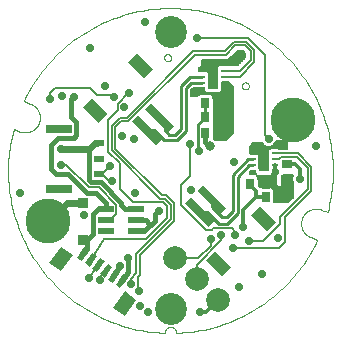
<source format=gbl>
G75*
%MOIN*%
%OFA0B0*%
%FSLAX25Y25*%
%IPPOS*%
%LPD*%
%AMOC8*
5,1,8,0,0,1.08239X$1,22.5*
%
%ADD10C,0.00004*%
%ADD11C,0.00000*%
%ADD12R,0.02756X0.03543*%
%ADD13R,0.03543X0.02362*%
%ADD14R,0.08661X0.02953*%
%ADD15R,0.03543X0.02756*%
%ADD16C,0.07874*%
%ADD17R,0.01969X0.00984*%
%ADD18R,0.03543X0.06299*%
%ADD19R,0.04331X0.07480*%
%ADD20R,0.02756X0.11024*%
%ADD21C,0.14961*%
%ADD22R,0.06693X0.04724*%
%ADD23R,0.01969X0.04331*%
%ADD24R,0.05200X0.02000*%
%ADD25R,0.03740X0.03543*%
%ADD26C,0.02775*%
%ADD27C,0.00600*%
%ADD28C,0.01600*%
%ADD29C,0.01000*%
%ADD30C,0.01200*%
%ADD31C,0.03169*%
%ADD32C,0.10630*%
%ADD33C,0.02400*%
D10*
X0053807Y0001002D02*
X0053811Y0001089D01*
X0053818Y0001176D01*
X0053829Y0001263D01*
X0053845Y0001349D01*
X0053863Y0001434D01*
X0053886Y0001518D01*
X0053912Y0001602D01*
X0053942Y0001684D01*
X0053976Y0001764D01*
X0054013Y0001843D01*
X0054054Y0001921D01*
X0054098Y0001996D01*
X0054145Y0002069D01*
X0054196Y0002141D01*
X0054249Y0002210D01*
X0054306Y0002276D01*
X0054366Y0002340D01*
X0054428Y0002401D01*
X0054493Y0002459D01*
X0054560Y0002515D01*
X0054630Y0002567D01*
X0054702Y0002617D01*
X0054777Y0002663D01*
X0054853Y0002705D01*
X0054931Y0002744D01*
X0055011Y0002780D01*
X0055092Y0002812D01*
X0055174Y0002841D01*
X0055258Y0002866D01*
X0055343Y0002887D01*
X0055428Y0002904D01*
X0055515Y0002918D01*
X0055602Y0002927D01*
X0055689Y0002933D01*
X0055776Y0002935D01*
X0055863Y0002933D01*
X0055950Y0002927D01*
X0056037Y0002918D01*
X0056124Y0002904D01*
X0056209Y0002887D01*
X0056294Y0002866D01*
X0056378Y0002841D01*
X0056460Y0002812D01*
X0056541Y0002780D01*
X0056621Y0002744D01*
X0056699Y0002705D01*
X0056775Y0002663D01*
X0056850Y0002617D01*
X0056922Y0002567D01*
X0056992Y0002515D01*
X0057059Y0002459D01*
X0057124Y0002401D01*
X0057186Y0002340D01*
X0057246Y0002276D01*
X0057303Y0002210D01*
X0057356Y0002141D01*
X0057407Y0002069D01*
X0057454Y0001996D01*
X0057498Y0001921D01*
X0057539Y0001843D01*
X0057576Y0001764D01*
X0057610Y0001684D01*
X0057640Y0001602D01*
X0057666Y0001518D01*
X0057689Y0001434D01*
X0057707Y0001349D01*
X0057723Y0001263D01*
X0057734Y0001176D01*
X0057741Y0001089D01*
X0057745Y0001002D01*
X0102557Y0032836D02*
X0104751Y0032037D01*
X0102557Y0032836D02*
X0102427Y0032885D01*
X0102298Y0032938D01*
X0102171Y0032995D01*
X0102045Y0033056D01*
X0101922Y0033119D01*
X0101800Y0033187D01*
X0101680Y0033258D01*
X0101562Y0033332D01*
X0101446Y0033409D01*
X0101333Y0033490D01*
X0101221Y0033574D01*
X0101113Y0033661D01*
X0101006Y0033751D01*
X0100903Y0033844D01*
X0100802Y0033940D01*
X0100703Y0034038D01*
X0100608Y0034140D01*
X0100515Y0034244D01*
X0100426Y0034351D01*
X0100339Y0034460D01*
X0100256Y0034571D01*
X0100176Y0034685D01*
X0100099Y0034801D01*
X0100025Y0034920D01*
X0099955Y0035040D01*
X0099888Y0035162D01*
X0099825Y0035286D01*
X0099765Y0035412D01*
X0099709Y0035539D01*
X0099657Y0035668D01*
X0099608Y0035799D01*
X0099563Y0035930D01*
X0099521Y0036063D01*
X0099484Y0036198D01*
X0099450Y0036333D01*
X0099420Y0036469D01*
X0099394Y0036605D01*
X0099372Y0036743D01*
X0099353Y0036881D01*
X0099339Y0037020D01*
X0099328Y0037158D01*
X0099322Y0037298D01*
X0099319Y0037437D01*
X0099320Y0037576D01*
X0099326Y0037715D01*
X0099335Y0037854D01*
X0099348Y0037993D01*
X0099365Y0038131D01*
X0099386Y0038269D01*
X0099411Y0038406D01*
X0099439Y0038542D01*
X0099472Y0038678D01*
X0099508Y0038812D01*
X0099549Y0038945D01*
X0099592Y0039077D01*
X0099640Y0039208D01*
X0099691Y0039338D01*
X0099746Y0039466D01*
X0099805Y0039592D01*
X0099867Y0039717D01*
X0099933Y0039840D01*
X0100002Y0039961D01*
X0100074Y0040080D01*
X0100150Y0040196D01*
X0100229Y0040311D01*
X0100311Y0040423D01*
X0100397Y0040533D01*
X0100485Y0040641D01*
X0100577Y0040746D01*
X0100671Y0040848D01*
X0100769Y0040948D01*
X0100869Y0041045D01*
X0100971Y0041139D01*
X0101077Y0041230D01*
X0101185Y0041318D01*
X0101295Y0041403D01*
X0101408Y0041484D01*
X0101523Y0041563D01*
X0101640Y0041638D01*
X0101759Y0041710D01*
X0101881Y0041779D01*
X0102004Y0041844D01*
X0102129Y0041905D01*
X0102255Y0041963D01*
X0102384Y0042017D01*
X0102513Y0042068D01*
X0102644Y0042115D01*
X0102777Y0042158D01*
X0102910Y0042198D01*
X0103045Y0042234D01*
X0103181Y0042266D01*
X0103317Y0042294D01*
X0103454Y0042318D01*
X0103592Y0042338D01*
X0103730Y0042355D01*
X0103869Y0042367D01*
X0104008Y0042376D01*
X0104147Y0042380D01*
X0104286Y0042381D01*
X0104426Y0042377D01*
X0104565Y0042370D01*
X0104704Y0042359D01*
X0104842Y0042344D01*
X0104980Y0042325D01*
X0105117Y0042302D01*
X0105254Y0042275D01*
X0105390Y0042245D01*
X0105525Y0042210D01*
X0105659Y0042172D01*
X0105792Y0042130D01*
X0105923Y0042084D01*
X0105923Y0042085D02*
X0108117Y0041286D01*
X0053808Y0001002D02*
X0052498Y0001065D01*
X0051190Y0001161D01*
X0049885Y0001287D01*
X0048583Y0001446D01*
X0047286Y0001636D01*
X0045994Y0001857D01*
X0044707Y0002110D01*
X0043427Y0002393D01*
X0042154Y0002708D01*
X0040889Y0003053D01*
X0039633Y0003429D01*
X0038386Y0003835D01*
X0037149Y0004271D01*
X0035924Y0004737D01*
X0034710Y0005233D01*
X0033508Y0005758D01*
X0032320Y0006312D01*
X0031145Y0006894D01*
X0029985Y0007505D01*
X0028840Y0008143D01*
X0027710Y0008810D01*
X0026597Y0009503D01*
X0025501Y0010223D01*
X0024423Y0010969D01*
X0023364Y0011742D01*
X0022323Y0012540D01*
X0021302Y0013362D01*
X0020301Y0014209D01*
X0019321Y0015081D01*
X0018363Y0015975D01*
X0017426Y0016893D01*
X0016512Y0017833D01*
X0015621Y0018795D01*
X0014753Y0019778D01*
X0013910Y0020782D01*
X0013091Y0021806D01*
X0012297Y0022850D01*
X0011529Y0023912D01*
X0010786Y0024993D01*
X0010070Y0026091D01*
X0009381Y0027207D01*
X0008719Y0028339D01*
X0008085Y0029486D01*
X0007479Y0030649D01*
X0006901Y0031826D01*
X0006351Y0033016D01*
X0005831Y0034220D01*
X0005340Y0035436D01*
X0004878Y0036663D01*
X0004447Y0037901D01*
X0004045Y0039150D01*
X0003674Y0040407D01*
X0003334Y0041673D01*
X0003024Y0042947D01*
X0002745Y0044229D01*
X0002497Y0045516D01*
X0002281Y0046809D01*
X0002096Y0048108D01*
X0001942Y0049410D01*
X0001820Y0050715D01*
X0001729Y0052023D01*
X0001671Y0053333D01*
X0001644Y0054644D01*
X0001649Y0055955D01*
X0001685Y0057266D01*
X0001754Y0058576D01*
X0001854Y0059883D01*
X0001985Y0061188D01*
X0002149Y0062489D01*
X0002343Y0063785D01*
X0002569Y0065077D01*
X0002827Y0066363D01*
X0003115Y0067642D01*
X0003434Y0068914D01*
X0005628Y0068115D01*
X0005628Y0068116D02*
X0005759Y0068070D01*
X0005892Y0068028D01*
X0006026Y0067990D01*
X0006161Y0067955D01*
X0006297Y0067925D01*
X0006434Y0067898D01*
X0006571Y0067875D01*
X0006709Y0067856D01*
X0006847Y0067841D01*
X0006986Y0067830D01*
X0007125Y0067823D01*
X0007265Y0067819D01*
X0007404Y0067820D01*
X0007543Y0067824D01*
X0007682Y0067833D01*
X0007821Y0067845D01*
X0007959Y0067862D01*
X0008097Y0067882D01*
X0008234Y0067906D01*
X0008370Y0067934D01*
X0008506Y0067966D01*
X0008641Y0068002D01*
X0008774Y0068042D01*
X0008907Y0068085D01*
X0009038Y0068132D01*
X0009167Y0068183D01*
X0009296Y0068237D01*
X0009422Y0068295D01*
X0009547Y0068356D01*
X0009670Y0068421D01*
X0009792Y0068490D01*
X0009911Y0068562D01*
X0010028Y0068637D01*
X0010143Y0068716D01*
X0010256Y0068797D01*
X0010366Y0068882D01*
X0010474Y0068970D01*
X0010580Y0069061D01*
X0010682Y0069155D01*
X0010782Y0069252D01*
X0010880Y0069352D01*
X0010974Y0069454D01*
X0011066Y0069559D01*
X0011154Y0069667D01*
X0011240Y0069777D01*
X0011322Y0069889D01*
X0011401Y0070004D01*
X0011477Y0070120D01*
X0011549Y0070239D01*
X0011618Y0070360D01*
X0011684Y0070483D01*
X0011746Y0070608D01*
X0011805Y0070734D01*
X0011860Y0070862D01*
X0011911Y0070992D01*
X0011959Y0071123D01*
X0012002Y0071255D01*
X0012043Y0071388D01*
X0012079Y0071522D01*
X0012112Y0071658D01*
X0012140Y0071794D01*
X0012165Y0071931D01*
X0012186Y0072069D01*
X0012203Y0072207D01*
X0012216Y0072346D01*
X0012225Y0072485D01*
X0012231Y0072624D01*
X0012232Y0072763D01*
X0012229Y0072902D01*
X0012223Y0073042D01*
X0012212Y0073180D01*
X0012198Y0073319D01*
X0012179Y0073457D01*
X0012157Y0073595D01*
X0012131Y0073731D01*
X0012101Y0073867D01*
X0012067Y0074002D01*
X0012030Y0074137D01*
X0011988Y0074270D01*
X0011943Y0074401D01*
X0011894Y0074532D01*
X0011842Y0074661D01*
X0011786Y0074788D01*
X0011726Y0074914D01*
X0011663Y0075038D01*
X0011596Y0075160D01*
X0011526Y0075280D01*
X0011452Y0075399D01*
X0011375Y0075515D01*
X0011295Y0075629D01*
X0011212Y0075740D01*
X0011125Y0075849D01*
X0011036Y0075956D01*
X0010943Y0076060D01*
X0010848Y0076162D01*
X0010749Y0076260D01*
X0010648Y0076356D01*
X0010545Y0076449D01*
X0010438Y0076539D01*
X0010330Y0076626D01*
X0010218Y0076710D01*
X0010105Y0076791D01*
X0009989Y0076868D01*
X0009871Y0076942D01*
X0009751Y0077013D01*
X0009629Y0077081D01*
X0009506Y0077144D01*
X0009380Y0077205D01*
X0009253Y0077262D01*
X0009124Y0077315D01*
X0008994Y0077364D01*
X0006800Y0078163D01*
X0007379Y0079354D01*
X0007986Y0080530D01*
X0008623Y0081691D01*
X0009287Y0082837D01*
X0009979Y0083965D01*
X0010699Y0085077D01*
X0011445Y0086170D01*
X0012219Y0087245D01*
X0013018Y0088301D01*
X0013843Y0089337D01*
X0014692Y0090352D01*
X0015567Y0091346D01*
X0016465Y0092319D01*
X0017387Y0093269D01*
X0018332Y0094196D01*
X0019299Y0095100D01*
X0020289Y0095981D01*
X0021299Y0096836D01*
X0022330Y0097667D01*
X0023381Y0098472D01*
X0024451Y0099251D01*
X0025541Y0100004D01*
X0026648Y0100730D01*
X0027773Y0101429D01*
X0028914Y0102100D01*
X0030071Y0102743D01*
X0031244Y0103357D01*
X0032432Y0103943D01*
X0033633Y0104499D01*
X0034848Y0105026D01*
X0036075Y0105523D01*
X0037314Y0105990D01*
X0038564Y0106426D01*
X0039825Y0106832D01*
X0041095Y0107206D01*
X0042373Y0107550D01*
X0043660Y0107862D01*
X0044954Y0108142D01*
X0046255Y0108391D01*
X0047561Y0108608D01*
X0048872Y0108793D01*
X0050187Y0108946D01*
X0051506Y0109066D01*
X0052827Y0109155D01*
X0054149Y0109211D01*
X0055473Y0109234D01*
X0056797Y0109225D01*
X0058121Y0109184D01*
X0059443Y0109111D01*
X0060763Y0109005D01*
X0062079Y0108867D01*
X0063392Y0108697D01*
X0064701Y0108494D01*
X0066004Y0108260D01*
X0067301Y0107994D01*
X0068591Y0107696D01*
X0069874Y0107367D01*
X0071148Y0107007D01*
X0072413Y0106615D01*
X0073667Y0106193D01*
X0074912Y0105740D01*
X0076144Y0105257D01*
X0077365Y0104744D01*
X0078573Y0104201D01*
X0079767Y0103629D01*
X0080946Y0103028D01*
X0082111Y0102398D01*
X0083260Y0101739D01*
X0084392Y0101053D01*
X0085507Y0100340D01*
X0086605Y0099599D01*
X0087684Y0098832D01*
X0088744Y0098038D01*
X0089784Y0097219D01*
X0090804Y0096375D01*
X0091803Y0095506D01*
X0092780Y0094613D01*
X0093736Y0093696D01*
X0094668Y0092756D01*
X0095577Y0091793D01*
X0096463Y0090809D01*
X0097324Y0089803D01*
X0098160Y0088777D01*
X0098971Y0087730D01*
X0099756Y0086664D01*
X0100515Y0085579D01*
X0101247Y0084476D01*
X0101952Y0083355D01*
X0102629Y0082217D01*
X0103278Y0081063D01*
X0103899Y0079894D01*
X0104491Y0078709D01*
X0105054Y0077511D01*
X0105587Y0076299D01*
X0106091Y0075074D01*
X0106564Y0073838D01*
X0107007Y0072590D01*
X0107419Y0071332D01*
X0107801Y0070064D01*
X0108151Y0068787D01*
X0108470Y0067502D01*
X0108758Y0066210D01*
X0109014Y0064911D01*
X0109238Y0063606D01*
X0109430Y0062296D01*
X0109590Y0060981D01*
X0109717Y0059663D01*
X0109813Y0058343D01*
X0109876Y0057020D01*
X0109907Y0055697D01*
X0109905Y0054373D01*
X0109871Y0053049D01*
X0109805Y0051727D01*
X0109706Y0050406D01*
X0109575Y0049089D01*
X0109412Y0047775D01*
X0109217Y0046465D01*
X0108990Y0045161D01*
X0108731Y0043862D01*
X0108440Y0042571D01*
X0108118Y0041286D01*
D11*
X0079527Y0083310D02*
X0079529Y0083379D01*
X0079535Y0083447D01*
X0079545Y0083515D01*
X0079559Y0083582D01*
X0079577Y0083649D01*
X0079598Y0083714D01*
X0079624Y0083778D01*
X0079653Y0083840D01*
X0079685Y0083900D01*
X0079721Y0083959D01*
X0079761Y0084015D01*
X0079803Y0084069D01*
X0079849Y0084120D01*
X0079898Y0084169D01*
X0079949Y0084215D01*
X0080003Y0084257D01*
X0080059Y0084297D01*
X0080117Y0084333D01*
X0080178Y0084365D01*
X0080240Y0084394D01*
X0080304Y0084420D01*
X0080369Y0084441D01*
X0080436Y0084459D01*
X0080503Y0084473D01*
X0080571Y0084483D01*
X0080639Y0084489D01*
X0080708Y0084491D01*
X0080777Y0084489D01*
X0080845Y0084483D01*
X0080913Y0084473D01*
X0080980Y0084459D01*
X0081047Y0084441D01*
X0081112Y0084420D01*
X0081176Y0084394D01*
X0081238Y0084365D01*
X0081298Y0084333D01*
X0081357Y0084297D01*
X0081413Y0084257D01*
X0081467Y0084215D01*
X0081518Y0084169D01*
X0081567Y0084120D01*
X0081613Y0084069D01*
X0081655Y0084015D01*
X0081695Y0083959D01*
X0081731Y0083900D01*
X0081763Y0083840D01*
X0081792Y0083778D01*
X0081818Y0083714D01*
X0081839Y0083649D01*
X0081857Y0083582D01*
X0081871Y0083515D01*
X0081881Y0083447D01*
X0081887Y0083379D01*
X0081889Y0083310D01*
X0081887Y0083241D01*
X0081881Y0083173D01*
X0081871Y0083105D01*
X0081857Y0083038D01*
X0081839Y0082971D01*
X0081818Y0082906D01*
X0081792Y0082842D01*
X0081763Y0082780D01*
X0081731Y0082719D01*
X0081695Y0082661D01*
X0081655Y0082605D01*
X0081613Y0082551D01*
X0081567Y0082500D01*
X0081518Y0082451D01*
X0081467Y0082405D01*
X0081413Y0082363D01*
X0081357Y0082323D01*
X0081299Y0082287D01*
X0081238Y0082255D01*
X0081176Y0082226D01*
X0081112Y0082200D01*
X0081047Y0082179D01*
X0080980Y0082161D01*
X0080913Y0082147D01*
X0080845Y0082137D01*
X0080777Y0082131D01*
X0080708Y0082129D01*
X0080639Y0082131D01*
X0080571Y0082137D01*
X0080503Y0082147D01*
X0080436Y0082161D01*
X0080369Y0082179D01*
X0080304Y0082200D01*
X0080240Y0082226D01*
X0080178Y0082255D01*
X0080117Y0082287D01*
X0080059Y0082323D01*
X0080003Y0082363D01*
X0079949Y0082405D01*
X0079898Y0082451D01*
X0079849Y0082500D01*
X0079803Y0082551D01*
X0079761Y0082605D01*
X0079721Y0082661D01*
X0079685Y0082719D01*
X0079653Y0082780D01*
X0079624Y0082842D01*
X0079598Y0082906D01*
X0079577Y0082971D01*
X0079559Y0083038D01*
X0079545Y0083105D01*
X0079535Y0083173D01*
X0079529Y0083241D01*
X0079527Y0083310D01*
X0053630Y0092736D02*
X0053632Y0092805D01*
X0053638Y0092873D01*
X0053648Y0092941D01*
X0053662Y0093008D01*
X0053680Y0093075D01*
X0053701Y0093140D01*
X0053727Y0093204D01*
X0053756Y0093266D01*
X0053788Y0093326D01*
X0053824Y0093385D01*
X0053864Y0093441D01*
X0053906Y0093495D01*
X0053952Y0093546D01*
X0054001Y0093595D01*
X0054052Y0093641D01*
X0054106Y0093683D01*
X0054162Y0093723D01*
X0054220Y0093759D01*
X0054281Y0093791D01*
X0054343Y0093820D01*
X0054407Y0093846D01*
X0054472Y0093867D01*
X0054539Y0093885D01*
X0054606Y0093899D01*
X0054674Y0093909D01*
X0054742Y0093915D01*
X0054811Y0093917D01*
X0054880Y0093915D01*
X0054948Y0093909D01*
X0055016Y0093899D01*
X0055083Y0093885D01*
X0055150Y0093867D01*
X0055215Y0093846D01*
X0055279Y0093820D01*
X0055341Y0093791D01*
X0055401Y0093759D01*
X0055460Y0093723D01*
X0055516Y0093683D01*
X0055570Y0093641D01*
X0055621Y0093595D01*
X0055670Y0093546D01*
X0055716Y0093495D01*
X0055758Y0093441D01*
X0055798Y0093385D01*
X0055834Y0093326D01*
X0055866Y0093266D01*
X0055895Y0093204D01*
X0055921Y0093140D01*
X0055942Y0093075D01*
X0055960Y0093008D01*
X0055974Y0092941D01*
X0055984Y0092873D01*
X0055990Y0092805D01*
X0055992Y0092736D01*
X0055990Y0092667D01*
X0055984Y0092599D01*
X0055974Y0092531D01*
X0055960Y0092464D01*
X0055942Y0092397D01*
X0055921Y0092332D01*
X0055895Y0092268D01*
X0055866Y0092206D01*
X0055834Y0092145D01*
X0055798Y0092087D01*
X0055758Y0092031D01*
X0055716Y0091977D01*
X0055670Y0091926D01*
X0055621Y0091877D01*
X0055570Y0091831D01*
X0055516Y0091789D01*
X0055460Y0091749D01*
X0055402Y0091713D01*
X0055341Y0091681D01*
X0055279Y0091652D01*
X0055215Y0091626D01*
X0055150Y0091605D01*
X0055083Y0091587D01*
X0055016Y0091573D01*
X0054948Y0091563D01*
X0054880Y0091557D01*
X0054811Y0091555D01*
X0054742Y0091557D01*
X0054674Y0091563D01*
X0054606Y0091573D01*
X0054539Y0091587D01*
X0054472Y0091605D01*
X0054407Y0091626D01*
X0054343Y0091652D01*
X0054281Y0091681D01*
X0054220Y0091713D01*
X0054162Y0091749D01*
X0054106Y0091789D01*
X0054052Y0091831D01*
X0054001Y0091877D01*
X0053952Y0091926D01*
X0053906Y0091977D01*
X0053864Y0092031D01*
X0053824Y0092087D01*
X0053788Y0092145D01*
X0053756Y0092206D01*
X0053727Y0092268D01*
X0053701Y0092332D01*
X0053680Y0092397D01*
X0053662Y0092464D01*
X0053648Y0092531D01*
X0053638Y0092599D01*
X0053632Y0092667D01*
X0053630Y0092736D01*
X0104750Y0032037D02*
X0104175Y0030853D01*
X0103571Y0029683D01*
X0102939Y0028529D01*
X0102279Y0027390D01*
X0101591Y0026267D01*
X0100877Y0025161D01*
X0100136Y0024074D01*
X0099368Y0023004D01*
X0098575Y0021954D01*
X0097756Y0020923D01*
X0096913Y0019912D01*
X0096045Y0018922D01*
X0095153Y0017954D01*
X0094238Y0017007D01*
X0093301Y0016083D01*
X0092341Y0015182D01*
X0091359Y0014305D01*
X0090357Y0013452D01*
X0089334Y0012623D01*
X0088291Y0011820D01*
X0087229Y0011042D01*
X0086148Y0010290D01*
X0085050Y0009565D01*
X0083934Y0008866D01*
X0082801Y0008195D01*
X0081653Y0007552D01*
X0080489Y0006937D01*
X0079311Y0006350D01*
X0078118Y0005792D01*
X0076913Y0005263D01*
X0075695Y0004764D01*
X0074465Y0004295D01*
X0073224Y0003855D01*
X0071973Y0003446D01*
X0070712Y0003068D01*
X0069442Y0002720D01*
X0068165Y0002403D01*
X0066880Y0002117D01*
X0065588Y0001863D01*
X0064291Y0001640D01*
X0062988Y0001449D01*
X0061681Y0001289D01*
X0060371Y0001161D01*
X0059058Y0001066D01*
X0057743Y0001002D01*
D12*
X0087469Y0046439D03*
X0087469Y0050769D03*
X0082350Y0050769D03*
X0092587Y0046439D03*
X0072508Y0067698D03*
X0072508Y0072817D03*
X0072508Y0077541D03*
X0067390Y0077541D03*
X0067390Y0072817D03*
X0067390Y0067698D03*
D13*
X0031957Y0064155D03*
X0031957Y0059037D03*
X0031957Y0053919D03*
D14*
X0018571Y0049096D03*
X0018571Y0068978D03*
D15*
X0094752Y0057265D03*
X0094752Y0052147D03*
D16*
X0064437Y0018880D03*
X0071508Y0011809D03*
X0057366Y0025951D03*
D17*
X0083138Y0054903D03*
X0083138Y0056872D03*
X0083138Y0058840D03*
X0083138Y0060809D03*
X0090618Y0060809D03*
X0090618Y0058840D03*
X0090618Y0056872D03*
X0090618Y0054903D03*
X0073689Y0082462D03*
X0073689Y0084431D03*
X0073689Y0086399D03*
X0073689Y0088368D03*
X0066209Y0088368D03*
X0066209Y0086399D03*
X0066209Y0084431D03*
X0066209Y0082462D03*
D18*
X0069949Y0085415D03*
X0086878Y0057856D03*
D19*
G36*
X0090990Y0037981D02*
X0087928Y0034919D01*
X0082640Y0040207D01*
X0085702Y0043269D01*
X0090990Y0037981D01*
G37*
G36*
X0075957Y0022948D02*
X0072895Y0019886D01*
X0067607Y0025174D01*
X0070669Y0028236D01*
X0075957Y0022948D01*
G37*
G36*
X0026467Y0076156D02*
X0029529Y0079218D01*
X0034817Y0073930D01*
X0031755Y0070868D01*
X0026467Y0076156D01*
G37*
G36*
X0041500Y0091189D02*
X0044562Y0094251D01*
X0049850Y0088963D01*
X0046788Y0085901D01*
X0041500Y0091189D01*
G37*
D20*
G36*
X0047207Y0075739D02*
X0049155Y0077687D01*
X0056949Y0069893D01*
X0055001Y0067945D01*
X0047207Y0075739D01*
G37*
G36*
X0043031Y0071563D02*
X0044979Y0073511D01*
X0052773Y0065717D01*
X0050825Y0063769D01*
X0043031Y0071563D01*
G37*
G36*
X0074425Y0042574D02*
X0072477Y0040626D01*
X0064683Y0048420D01*
X0066631Y0050368D01*
X0074425Y0042574D01*
G37*
G36*
X0070250Y0038398D02*
X0068302Y0036450D01*
X0060508Y0044244D01*
X0062456Y0046192D01*
X0070250Y0038398D01*
G37*
D21*
X0096695Y0072050D03*
X0014856Y0038150D03*
D22*
G36*
X0015423Y0024240D02*
X0019262Y0029721D01*
X0023131Y0027012D01*
X0019292Y0021531D01*
X0015423Y0024240D01*
G37*
G36*
X0036708Y0009336D02*
X0040547Y0014817D01*
X0044416Y0012108D01*
X0040577Y0006627D01*
X0036708Y0009336D01*
G37*
D23*
G36*
X0039966Y0020509D02*
X0041578Y0019381D01*
X0039096Y0015835D01*
X0037484Y0016963D01*
X0039966Y0020509D01*
G37*
G36*
X0037386Y0022316D02*
X0038998Y0021188D01*
X0036516Y0017642D01*
X0034904Y0018770D01*
X0037386Y0022316D01*
G37*
G36*
X0034806Y0024122D02*
X0036418Y0022994D01*
X0033936Y0019448D01*
X0032324Y0020576D01*
X0034806Y0024122D01*
G37*
G36*
X0032226Y0025929D02*
X0033838Y0024801D01*
X0031356Y0021255D01*
X0029744Y0022383D01*
X0032226Y0025929D01*
G37*
G36*
X0029646Y0027736D02*
X0031258Y0026608D01*
X0028776Y0023062D01*
X0027164Y0024190D01*
X0029646Y0027736D01*
G37*
G36*
X0027066Y0029542D02*
X0028678Y0028414D01*
X0026196Y0024868D01*
X0024584Y0025996D01*
X0027066Y0029542D01*
G37*
D24*
X0034140Y0034824D03*
X0034140Y0038565D03*
X0034140Y0042305D03*
X0044340Y0042305D03*
X0044340Y0038565D03*
X0044340Y0034824D03*
D25*
X0026642Y0031970D03*
X0026642Y0044372D03*
D26*
X0027004Y0040219D03*
X0036220Y0051686D03*
X0035697Y0056675D03*
X0043571Y0065730D03*
X0039634Y0066517D03*
X0040421Y0076360D03*
X0036878Y0079509D03*
X0034037Y0083138D03*
X0041996Y0080935D03*
X0029004Y0096045D03*
X0019555Y0079903D03*
X0015618Y0079116D03*
X0023492Y0079509D03*
X0019105Y0062243D03*
X0019161Y0057069D03*
X0005650Y0047660D03*
X0028579Y0019273D03*
X0032154Y0018486D03*
X0038815Y0023191D03*
X0041602Y0025966D03*
X0042554Y0017308D03*
X0045195Y0014894D03*
X0045539Y0010121D03*
X0048273Y0007800D03*
X0065618Y0007856D03*
X0078703Y0016425D03*
X0086226Y0020713D03*
X0076737Y0029414D03*
X0077280Y0033625D03*
X0079807Y0036153D03*
X0081878Y0031754D03*
X0072705Y0033549D03*
X0069130Y0032349D03*
X0062695Y0048776D03*
X0052003Y0041634D03*
X0043965Y0047620D03*
X0062382Y0063890D03*
X0065106Y0061559D03*
X0077035Y0057856D03*
X0088453Y0065730D03*
X0092390Y0063368D03*
X0104201Y0063368D03*
X0099083Y0052344D03*
X0091602Y0032659D03*
X0079398Y0094076D03*
X0064437Y0099195D03*
X0047114Y0104706D03*
D27*
X0063380Y0094883D02*
X0073782Y0094883D01*
X0076932Y0098032D01*
X0081076Y0098032D01*
X0083747Y0095361D01*
X0083747Y0091273D01*
X0078874Y0086399D01*
X0073689Y0086399D01*
X0073689Y0088368D02*
X0078807Y0088368D01*
X0082547Y0092108D01*
X0082547Y0094864D01*
X0080579Y0096832D01*
X0077429Y0096832D01*
X0074280Y0093683D01*
X0063877Y0093683D01*
X0041708Y0071513D01*
X0039362Y0071513D01*
X0037309Y0069460D01*
X0037309Y0062393D01*
X0052833Y0046870D01*
X0054408Y0046870D01*
X0056994Y0044283D01*
X0056994Y0038358D01*
X0045558Y0026922D01*
X0045558Y0020351D01*
X0044841Y0019634D01*
X0044841Y0015247D01*
X0045195Y0014894D01*
X0042554Y0017308D02*
X0042554Y0019043D01*
X0044358Y0020848D01*
X0044358Y0027419D01*
X0055794Y0038855D01*
X0055794Y0043786D01*
X0053910Y0045670D01*
X0052336Y0045670D01*
X0036109Y0061896D01*
X0036109Y0069957D01*
X0038908Y0072755D01*
X0041253Y0072755D01*
X0063380Y0094883D01*
X0066406Y0091883D02*
X0075025Y0091883D01*
X0078175Y0095032D01*
X0079833Y0095032D01*
X0080747Y0094118D01*
X0080747Y0092853D01*
X0078061Y0090168D01*
X0075487Y0090168D01*
X0075295Y0090360D01*
X0072083Y0090360D01*
X0071205Y0089481D01*
X0071205Y0085279D01*
X0070905Y0084979D01*
X0070905Y0083278D01*
X0068993Y0083278D01*
X0068993Y0083405D01*
X0068693Y0083705D01*
X0068693Y0087513D01*
X0067814Y0088391D01*
X0067045Y0088391D01*
X0067037Y0088399D01*
X0065224Y0088399D01*
X0065224Y0089352D01*
X0065618Y0089746D01*
X0066012Y0089746D01*
X0066406Y0090139D01*
X0066406Y0091883D01*
X0066406Y0091609D02*
X0079503Y0091609D01*
X0078904Y0091011D02*
X0066406Y0091011D01*
X0066406Y0090412D02*
X0078306Y0090412D01*
X0080101Y0092208D02*
X0075350Y0092208D01*
X0075949Y0092806D02*
X0080700Y0092806D01*
X0080747Y0093405D02*
X0076547Y0093405D01*
X0077146Y0094003D02*
X0080747Y0094003D01*
X0080264Y0094602D02*
X0077744Y0094602D01*
X0081573Y0099232D02*
X0064475Y0099232D01*
X0064437Y0099195D01*
X0066080Y0089814D02*
X0071537Y0089814D01*
X0071205Y0089215D02*
X0065224Y0089215D01*
X0065224Y0088617D02*
X0071205Y0088617D01*
X0071205Y0088018D02*
X0068187Y0088018D01*
X0068693Y0087420D02*
X0071205Y0087420D01*
X0071205Y0086821D02*
X0068693Y0086821D01*
X0068693Y0086223D02*
X0071205Y0086223D01*
X0071205Y0085624D02*
X0068693Y0085624D01*
X0068693Y0085026D02*
X0070951Y0085026D01*
X0070905Y0084427D02*
X0068693Y0084427D01*
X0068693Y0083829D02*
X0070905Y0083829D01*
X0073020Y0083829D02*
X0075866Y0083829D01*
X0075267Y0084427D02*
X0073020Y0084427D01*
X0073020Y0084550D02*
X0073078Y0084607D01*
X0075087Y0084607D01*
X0076642Y0083053D01*
X0076642Y0067698D01*
X0074280Y0065336D01*
X0070741Y0065336D01*
X0070402Y0065676D01*
X0070393Y0065679D01*
X0070343Y0065730D01*
X0070343Y0079116D01*
X0070068Y0079391D01*
X0070068Y0079851D01*
X0069306Y0080613D01*
X0065473Y0080613D01*
X0064764Y0079903D01*
X0062862Y0079903D01*
X0062719Y0080046D01*
X0062719Y0082038D01*
X0063311Y0082631D01*
X0066877Y0082631D01*
X0066877Y0081727D01*
X0067639Y0080965D01*
X0072259Y0080965D01*
X0073020Y0081727D01*
X0073020Y0084550D01*
X0073020Y0083230D02*
X0076464Y0083230D01*
X0076642Y0082632D02*
X0073020Y0082632D01*
X0073020Y0082033D02*
X0076642Y0082033D01*
X0076642Y0081435D02*
X0072728Y0081435D01*
X0070068Y0079639D02*
X0076642Y0079639D01*
X0076642Y0080238D02*
X0069681Y0080238D01*
X0070343Y0079040D02*
X0076642Y0079040D01*
X0076642Y0078442D02*
X0070343Y0078442D01*
X0070343Y0077843D02*
X0076642Y0077843D01*
X0076642Y0077245D02*
X0070343Y0077245D01*
X0070343Y0076646D02*
X0076642Y0076646D01*
X0076642Y0076048D02*
X0070343Y0076048D01*
X0070343Y0075449D02*
X0076642Y0075449D01*
X0076642Y0074851D02*
X0070343Y0074851D01*
X0070343Y0074252D02*
X0076642Y0074252D01*
X0076642Y0073654D02*
X0070343Y0073654D01*
X0070343Y0073055D02*
X0076642Y0073055D01*
X0076642Y0072457D02*
X0070343Y0072457D01*
X0070343Y0071858D02*
X0076642Y0071858D01*
X0076642Y0071260D02*
X0070343Y0071260D01*
X0070343Y0070661D02*
X0076642Y0070661D01*
X0076642Y0070063D02*
X0070343Y0070063D01*
X0070343Y0069464D02*
X0076642Y0069464D01*
X0076642Y0068866D02*
X0070343Y0068866D01*
X0070343Y0068267D02*
X0076642Y0068267D01*
X0076612Y0067669D02*
X0070343Y0067669D01*
X0070343Y0067070D02*
X0076014Y0067070D01*
X0075415Y0066472D02*
X0070343Y0066472D01*
X0070343Y0065873D02*
X0074817Y0065873D01*
X0082154Y0062974D02*
X0082154Y0061006D01*
X0082519Y0060640D01*
X0083883Y0060640D01*
X0083891Y0060632D01*
X0084661Y0060632D01*
X0084681Y0060612D01*
X0084909Y0060612D01*
X0085303Y0060218D01*
X0085303Y0059990D01*
X0085422Y0059871D01*
X0085422Y0056063D01*
X0085572Y0055913D01*
X0088184Y0055913D01*
X0088334Y0056063D01*
X0088334Y0061839D01*
X0089095Y0062601D01*
X0092141Y0062601D01*
X0092333Y0062409D01*
X0094580Y0062409D01*
X0094752Y0062580D01*
X0094752Y0064155D01*
X0093965Y0064943D01*
X0091035Y0064943D01*
X0090731Y0064208D01*
X0089975Y0063452D01*
X0088987Y0063043D01*
X0087918Y0063043D01*
X0086930Y0063452D01*
X0086227Y0064155D01*
X0083335Y0064155D01*
X0082154Y0062974D01*
X0082154Y0062881D02*
X0094752Y0062881D01*
X0094752Y0063479D02*
X0090003Y0063479D01*
X0090601Y0064078D02*
X0094752Y0064078D01*
X0094231Y0064676D02*
X0090925Y0064676D01*
X0088453Y0065730D02*
X0087272Y0066911D01*
X0087272Y0093534D01*
X0081573Y0099232D01*
X0066877Y0082033D02*
X0062719Y0082033D01*
X0062719Y0081435D02*
X0067170Y0081435D01*
X0065098Y0080238D02*
X0062719Y0080238D01*
X0062719Y0080836D02*
X0076642Y0080836D01*
X0083257Y0064078D02*
X0086304Y0064078D01*
X0086903Y0063479D02*
X0082659Y0063479D01*
X0082154Y0062282D02*
X0088777Y0062282D01*
X0088334Y0061684D02*
X0082154Y0061684D01*
X0082154Y0061085D02*
X0088334Y0061085D01*
X0088334Y0060487D02*
X0085035Y0060487D01*
X0085405Y0059888D02*
X0088334Y0059888D01*
X0088334Y0059290D02*
X0085422Y0059290D01*
X0085422Y0058691D02*
X0088334Y0058691D01*
X0088334Y0058093D02*
X0085422Y0058093D01*
X0085422Y0057494D02*
X0088334Y0057494D01*
X0088334Y0056896D02*
X0085422Y0056896D01*
X0085422Y0056297D02*
X0088334Y0056297D01*
X0089950Y0055416D02*
X0089950Y0054168D01*
X0089188Y0053406D01*
X0084701Y0053406D01*
X0085028Y0053079D01*
X0085028Y0052225D01*
X0085303Y0051950D01*
X0085303Y0049913D01*
X0085706Y0049510D01*
X0089385Y0049510D01*
X0090146Y0048749D01*
X0090146Y0044470D01*
X0094851Y0044470D01*
X0096720Y0046339D01*
X0096720Y0051024D01*
X0096395Y0051810D01*
X0096395Y0052879D01*
X0096565Y0053287D01*
X0096327Y0053525D01*
X0093177Y0053525D01*
X0092783Y0053132D01*
X0092783Y0049982D01*
X0092390Y0049588D01*
X0091602Y0049588D01*
X0090815Y0050376D01*
X0090815Y0053525D01*
X0091602Y0054313D01*
X0091602Y0055100D01*
X0089950Y0055100D01*
X0089950Y0055416D02*
X0090028Y0055494D01*
X0091209Y0055494D01*
X0091602Y0055100D01*
X0091602Y0054502D02*
X0089950Y0054502D01*
X0089685Y0053903D02*
X0091193Y0053903D01*
X0090815Y0053305D02*
X0084803Y0053305D01*
X0085028Y0052706D02*
X0090815Y0052706D01*
X0090815Y0052107D02*
X0085146Y0052107D01*
X0085303Y0051509D02*
X0090815Y0051509D01*
X0090815Y0050910D02*
X0085303Y0050910D01*
X0085303Y0050312D02*
X0090879Y0050312D01*
X0091477Y0049713D02*
X0085503Y0049713D01*
X0087469Y0050769D02*
X0087469Y0050966D01*
X0085697Y0052738D01*
X0085303Y0052738D01*
X0083138Y0054903D01*
X0082702Y0055072D02*
X0082154Y0054523D01*
X0082154Y0053841D01*
X0084133Y0053841D01*
X0083806Y0054168D01*
X0083806Y0055072D01*
X0082702Y0055072D01*
X0082154Y0054502D02*
X0083806Y0054502D01*
X0084071Y0053903D02*
X0082154Y0053903D01*
X0089780Y0049115D02*
X0096720Y0049115D01*
X0096720Y0049713D02*
X0092515Y0049713D01*
X0092783Y0050312D02*
X0096720Y0050312D01*
X0096720Y0050910D02*
X0092783Y0050910D01*
X0092783Y0051509D02*
X0096520Y0051509D01*
X0096395Y0052107D02*
X0092783Y0052107D01*
X0092783Y0052706D02*
X0096395Y0052706D01*
X0096547Y0053305D02*
X0092956Y0053305D01*
X0090146Y0048516D02*
X0096720Y0048516D01*
X0096720Y0047918D02*
X0090146Y0047918D01*
X0090146Y0047319D02*
X0096720Y0047319D01*
X0096720Y0046721D02*
X0090146Y0046721D01*
X0090146Y0046122D02*
X0096504Y0046122D01*
X0095905Y0045524D02*
X0090146Y0045524D01*
X0090146Y0044925D02*
X0095307Y0044925D01*
X0093890Y0039549D02*
X0102645Y0048304D01*
X0102645Y0056385D01*
X0098221Y0060809D01*
X0090618Y0060809D01*
X0090618Y0058840D02*
X0091904Y0058840D01*
X0092608Y0059543D01*
X0097789Y0059543D01*
X0101445Y0055887D01*
X0101445Y0048801D01*
X0092390Y0039746D01*
X0092390Y0037384D01*
X0086760Y0031754D01*
X0081878Y0031754D01*
X0077280Y0033625D02*
X0077280Y0034777D01*
X0076220Y0035836D01*
X0069976Y0035836D01*
X0069555Y0035415D01*
X0067587Y0035415D01*
X0059319Y0043683D01*
X0059319Y0050376D01*
X0062382Y0053439D01*
X0062382Y0063890D01*
X0053413Y0044470D02*
X0043177Y0044470D01*
X0038846Y0048801D01*
X0038846Y0057462D01*
X0034909Y0061399D01*
X0034909Y0072029D01*
X0038134Y0075254D01*
X0038134Y0077307D01*
X0041761Y0080935D01*
X0041996Y0080935D01*
X0036878Y0079509D02*
X0036091Y0080297D01*
X0031366Y0080297D01*
X0029004Y0082659D01*
X0017193Y0082659D01*
X0015618Y0081084D01*
X0015618Y0079116D01*
X0019161Y0057069D02*
X0021088Y0057069D01*
X0028693Y0049463D01*
X0031855Y0049463D01*
X0037640Y0043678D01*
X0037640Y0040508D01*
X0035697Y0038565D01*
X0034140Y0038565D01*
X0033728Y0032265D02*
X0047508Y0032265D01*
X0054594Y0039352D01*
X0054594Y0043289D01*
X0053413Y0044470D01*
X0069130Y0032349D02*
X0069130Y0029994D01*
X0065087Y0025951D01*
X0057366Y0025951D01*
X0064437Y0023604D02*
X0064437Y0018880D01*
X0064437Y0023604D02*
X0072705Y0031872D01*
X0072705Y0033549D01*
X0076737Y0029414D02*
X0091901Y0029414D01*
X0093890Y0031403D01*
X0093890Y0039549D01*
X0036220Y0051686D02*
X0035173Y0051686D01*
X0032941Y0053919D01*
X0031957Y0053919D01*
X0032941Y0053919D02*
X0035697Y0056675D01*
X0033728Y0032265D02*
X0029211Y0025399D01*
X0031791Y0023592D02*
X0029004Y0020061D01*
X0028579Y0019273D01*
X0032154Y0019568D02*
X0032154Y0018486D01*
X0032154Y0019568D02*
X0034371Y0021785D01*
D28*
X0036951Y0019979D02*
X0038815Y0023191D01*
X0041602Y0021242D02*
X0041602Y0025966D01*
X0041602Y0021242D02*
X0039531Y0018172D01*
X0026631Y0027205D02*
X0027823Y0029116D01*
X0027823Y0031970D01*
X0029791Y0033939D01*
X0029791Y0040533D01*
X0031563Y0042305D01*
X0034140Y0042305D01*
X0034140Y0044452D01*
X0030829Y0047763D01*
X0027989Y0047763D01*
X0021766Y0053986D01*
X0017654Y0053986D01*
X0016012Y0055628D01*
X0016012Y0063739D01*
X0018374Y0066102D01*
X0023481Y0066102D01*
X0024302Y0066922D01*
X0024302Y0071220D01*
X0022705Y0072817D01*
X0022705Y0079116D01*
X0023098Y0079509D01*
X0023492Y0079509D01*
X0031366Y0064155D02*
X0031957Y0064155D01*
X0028610Y0062187D02*
X0028554Y0062243D01*
X0028610Y0062187D02*
X0028610Y0051950D01*
X0029398Y0051163D01*
X0032559Y0051163D01*
X0039340Y0044382D01*
X0039340Y0043683D01*
X0040718Y0042305D01*
X0044340Y0042305D01*
X0044340Y0038565D02*
X0047508Y0038565D01*
X0049083Y0036990D01*
X0046917Y0034824D01*
X0044340Y0034824D01*
X0049083Y0036990D02*
X0049280Y0036793D01*
X0050657Y0038171D01*
X0050657Y0040533D01*
X0051758Y0041634D01*
X0052003Y0041634D01*
X0068768Y0063231D02*
X0067390Y0064609D01*
X0067390Y0067698D01*
X0027823Y0031970D02*
X0026642Y0031970D01*
D29*
X0053439Y0065311D02*
X0058013Y0065311D01*
X0060919Y0068217D01*
X0060919Y0082784D01*
X0062566Y0084431D01*
X0066209Y0084431D01*
X0066209Y0086399D02*
X0062272Y0086399D01*
X0059319Y0083446D01*
X0059319Y0068880D01*
X0057350Y0066911D01*
X0055382Y0066911D01*
X0053807Y0068486D01*
X0053807Y0071087D01*
X0052078Y0072816D01*
X0050110Y0068640D02*
X0047902Y0068640D01*
X0050110Y0068640D02*
X0053439Y0065311D01*
X0064912Y0061753D02*
X0065106Y0061559D01*
X0064912Y0061753D02*
X0064912Y0070339D01*
X0067390Y0072817D01*
X0067390Y0077541D01*
X0081662Y0058840D02*
X0076507Y0053685D01*
X0076507Y0041480D01*
X0074526Y0039499D01*
X0072951Y0039499D01*
X0069554Y0042896D01*
X0069554Y0045497D01*
X0067980Y0041321D02*
X0065379Y0041321D01*
X0067980Y0041321D02*
X0071917Y0037384D01*
X0074673Y0037384D01*
X0078107Y0040818D01*
X0078107Y0053022D01*
X0081957Y0056872D01*
X0083138Y0056872D01*
X0083138Y0058840D02*
X0081662Y0058840D01*
D30*
X0082350Y0050769D02*
X0082350Y0050179D01*
X0084122Y0048407D01*
X0084122Y0046439D01*
X0079807Y0042124D01*
X0079807Y0036153D01*
X0084122Y0046439D02*
X0087469Y0046439D01*
X0090618Y0054903D02*
X0090618Y0056872D01*
X0094752Y0057265D02*
X0097311Y0057265D01*
X0099083Y0055494D01*
X0099083Y0052344D01*
X0071508Y0011809D02*
X0067556Y0007856D01*
X0065618Y0007856D01*
D31*
X0068768Y0063231D03*
D32*
X0055776Y0101360D03*
X0055776Y0008840D03*
D33*
X0026642Y0044372D02*
X0021425Y0044372D01*
X0015204Y0038150D01*
X0014856Y0038150D01*
X0019105Y0062243D02*
X0028554Y0062243D01*
X0028610Y0062187D02*
X0030579Y0064155D01*
X0031366Y0064155D01*
M02*

</source>
